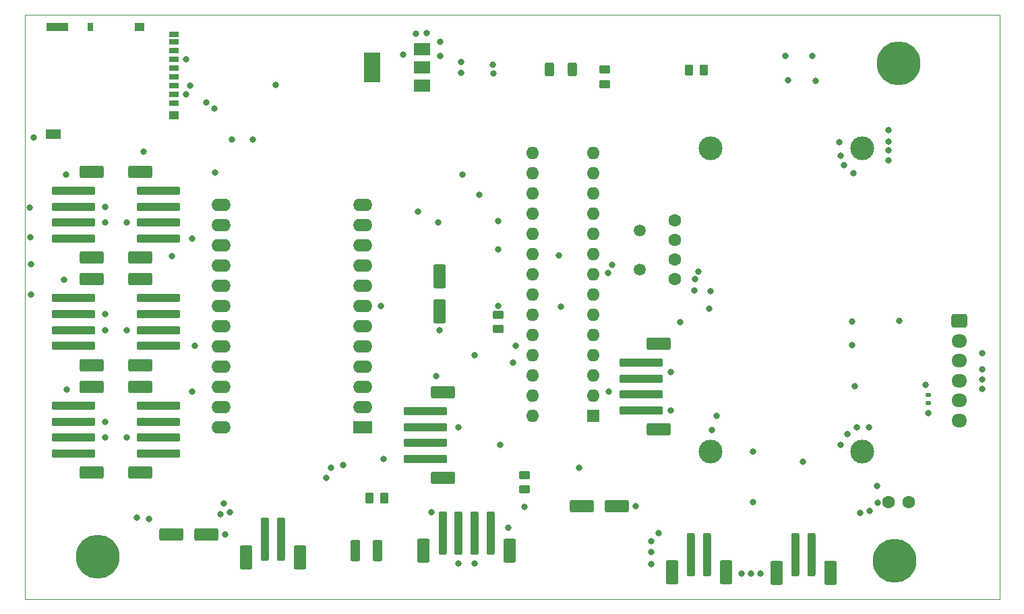
<source format=gbr>
G04 #@! TF.GenerationSoftware,KiCad,Pcbnew,8.0.1*
G04 #@! TF.CreationDate,2024-04-22T13:40:03+07:00*
G04 #@! TF.ProjectId,IncuTester_SMD,496e6375-5465-4737-9465-725f534d442e,rev?*
G04 #@! TF.SameCoordinates,Original*
G04 #@! TF.FileFunction,Soldermask,Top*
G04 #@! TF.FilePolarity,Negative*
%FSLAX46Y46*%
G04 Gerber Fmt 4.6, Leading zero omitted, Abs format (unit mm)*
G04 Created by KiCad (PCBNEW 8.0.1) date 2024-04-22 13:40:03*
%MOMM*%
%LPD*%
G01*
G04 APERTURE LIST*
G04 Aperture macros list*
%AMRoundRect*
0 Rectangle with rounded corners*
0 $1 Rounding radius*
0 $2 $3 $4 $5 $6 $7 $8 $9 X,Y pos of 4 corners*
0 Add a 4 corners polygon primitive as box body*
4,1,4,$2,$3,$4,$5,$6,$7,$8,$9,$2,$3,0*
0 Add four circle primitives for the rounded corners*
1,1,$1+$1,$2,$3*
1,1,$1+$1,$4,$5*
1,1,$1+$1,$6,$7*
1,1,$1+$1,$8,$9*
0 Add four rect primitives between the rounded corners*
20,1,$1+$1,$2,$3,$4,$5,0*
20,1,$1+$1,$4,$5,$6,$7,0*
20,1,$1+$1,$6,$7,$8,$9,0*
20,1,$1+$1,$8,$9,$2,$3,0*%
G04 Aperture macros list end*
%ADD10R,2.000000X1.500000*%
%ADD11R,2.000000X3.800000*%
%ADD12RoundRect,0.250000X0.250000X2.500000X-0.250000X2.500000X-0.250000X-2.500000X0.250000X-2.500000X0*%
%ADD13RoundRect,0.250000X0.550000X1.250000X-0.550000X1.250000X-0.550000X-1.250000X0.550000X-1.250000X0*%
%ADD14RoundRect,0.250000X-0.450000X0.262500X-0.450000X-0.262500X0.450000X-0.262500X0.450000X0.262500X0*%
%ADD15RoundRect,0.250000X0.262500X0.450000X-0.262500X0.450000X-0.262500X-0.450000X0.262500X-0.450000X0*%
%ADD16C,1.600000*%
%ADD17RoundRect,0.250000X-2.500000X0.250000X-2.500000X-0.250000X2.500000X-0.250000X2.500000X0.250000X0*%
%ADD18RoundRect,0.250000X-1.250000X0.550000X-1.250000X-0.550000X1.250000X-0.550000X1.250000X0.550000X0*%
%ADD19C,3.000000*%
%ADD20RoundRect,0.250000X-0.262500X-0.450000X0.262500X-0.450000X0.262500X0.450000X-0.262500X0.450000X0*%
%ADD21R,2.400000X1.600000*%
%ADD22O,2.400000X1.600000*%
%ADD23R,1.600000X1.600000*%
%ADD24O,1.600000X1.600000*%
%ADD25RoundRect,0.250000X0.450000X-0.262500X0.450000X0.262500X-0.450000X0.262500X-0.450000X-0.262500X0*%
%ADD26C,5.500000*%
%ADD27RoundRect,0.135000X0.185000X-0.135000X0.185000X0.135000X-0.185000X0.135000X-0.185000X-0.135000X0*%
%ADD28RoundRect,0.250000X2.500000X-0.250000X2.500000X0.250000X-2.500000X0.250000X-2.500000X-0.250000X0*%
%ADD29RoundRect,0.250000X1.250000X-0.550000X1.250000X0.550000X-1.250000X0.550000X-1.250000X-0.550000X0*%
%ADD30RoundRect,0.250000X-1.250000X-0.550000X1.250000X-0.550000X1.250000X0.550000X-1.250000X0.550000X0*%
%ADD31RoundRect,0.250000X0.312500X0.625000X-0.312500X0.625000X-0.312500X-0.625000X0.312500X-0.625000X0*%
%ADD32R,1.200000X0.700000*%
%ADD33R,0.800000X1.000000*%
%ADD34R,1.200000X1.000000*%
%ADD35R,2.800000X1.000000*%
%ADD36R,1.900000X1.300000*%
%ADD37C,1.500000*%
%ADD38RoundRect,0.250000X-0.725000X0.600000X-0.725000X-0.600000X0.725000X-0.600000X0.725000X0.600000X0*%
%ADD39O,1.950000X1.700000*%
%ADD40RoundRect,0.250000X0.375000X1.075000X-0.375000X1.075000X-0.375000X-1.075000X0.375000X-1.075000X0*%
%ADD41RoundRect,0.250000X-0.550000X1.250000X-0.550000X-1.250000X0.550000X-1.250000X0.550000X1.250000X0*%
%ADD42C,0.800000*%
G04 #@! TA.AperFunction,Profile*
%ADD43C,0.100000*%
G04 #@! TD*
G04 APERTURE END LIST*
D10*
X145390000Y-70880000D03*
X145390000Y-68580000D03*
D11*
X139090000Y-68580000D03*
D10*
X145390000Y-66280000D03*
D12*
X181200000Y-129800000D03*
X179200000Y-129800000D03*
D13*
X183600000Y-132050000D03*
X176800000Y-132050000D03*
D14*
X158300000Y-119787500D03*
X158300000Y-121612500D03*
D12*
X154000000Y-127100000D03*
X152000000Y-127100000D03*
X150000000Y-127100000D03*
X148000000Y-127100000D03*
D13*
X156400000Y-129350000D03*
X145600000Y-129350000D03*
D15*
X180744500Y-68961000D03*
X178919500Y-68961000D03*
D12*
X194300000Y-129850000D03*
X192300000Y-129850000D03*
D13*
X196700000Y-132100000D03*
X189900000Y-132100000D03*
D16*
X203982000Y-123190000D03*
X206482000Y-123190000D03*
D17*
X101650000Y-97600000D03*
X101650000Y-99600000D03*
X101650000Y-101600000D03*
X101650000Y-103600000D03*
D18*
X103900000Y-95200000D03*
X103900000Y-106000000D03*
D17*
X101650000Y-111100000D03*
X101650000Y-113100000D03*
X101650000Y-115100000D03*
X101650000Y-117100000D03*
D18*
X103900000Y-108700000D03*
X103900000Y-119500000D03*
D19*
X181610000Y-116840000D03*
X200660000Y-116840000D03*
X181610000Y-78740000D03*
X200660000Y-78740000D03*
D20*
X138787500Y-122682000D03*
X140612500Y-122682000D03*
D21*
X137902000Y-113797000D03*
D22*
X137902000Y-111257000D03*
X137902000Y-108717000D03*
X137902000Y-106177000D03*
X137902000Y-103637000D03*
X137902000Y-101097000D03*
X137902000Y-98557000D03*
X137902000Y-96017000D03*
X137902000Y-93477000D03*
X137902000Y-90937000D03*
X137902000Y-88397000D03*
X137902000Y-85857000D03*
X120122000Y-85857000D03*
X120122000Y-88397000D03*
X120122000Y-90937000D03*
X120122000Y-93477000D03*
X120122000Y-96017000D03*
X120122000Y-98557000D03*
X120122000Y-101097000D03*
X120122000Y-103637000D03*
X120122000Y-106177000D03*
X120122000Y-108717000D03*
X120122000Y-111257000D03*
X120122000Y-113797000D03*
D23*
X166904000Y-112416000D03*
D24*
X166904000Y-109876000D03*
X166904000Y-107336000D03*
X166904000Y-104796000D03*
X166904000Y-102256000D03*
X166904000Y-99716000D03*
X166904000Y-97176000D03*
X166904000Y-94636000D03*
X166904000Y-92096000D03*
X166904000Y-89556000D03*
X166904000Y-87016000D03*
X166904000Y-84476000D03*
X166904000Y-81936000D03*
X166904000Y-79396000D03*
X159284000Y-79396000D03*
X159284000Y-81936000D03*
X159284000Y-84476000D03*
X159284000Y-87016000D03*
X159284000Y-89556000D03*
X159284000Y-92096000D03*
X159284000Y-94636000D03*
X159284000Y-97176000D03*
X159284000Y-99716000D03*
X159284000Y-102256000D03*
X159284000Y-104796000D03*
X159284000Y-107336000D03*
X159284000Y-109876000D03*
X159284000Y-112416000D03*
D25*
X154940000Y-101496500D03*
X154940000Y-99671500D03*
D26*
X104648000Y-130048000D03*
D27*
X208950000Y-110800000D03*
X208950000Y-109780000D03*
D17*
X172900000Y-105700000D03*
X172900000Y-107700000D03*
X172900000Y-109700000D03*
X172900000Y-111700000D03*
D18*
X175150000Y-103300000D03*
X175150000Y-114100000D03*
D12*
X127700000Y-127900000D03*
X125700000Y-127900000D03*
D13*
X130100000Y-130150000D03*
X123300000Y-130150000D03*
D17*
X101650000Y-84100000D03*
X101650000Y-86100000D03*
X101650000Y-88100000D03*
X101650000Y-90100000D03*
D18*
X103900000Y-81700000D03*
X103900000Y-92500000D03*
D28*
X112250000Y-117100000D03*
X112250000Y-115100000D03*
X112250000Y-113100000D03*
X112250000Y-111100000D03*
D29*
X110000000Y-119500000D03*
X110000000Y-108700000D03*
D28*
X112250000Y-103600000D03*
X112250000Y-101600000D03*
X112250000Y-99600000D03*
X112250000Y-97600000D03*
D29*
X110000000Y-106000000D03*
X110000000Y-95200000D03*
D30*
X113878000Y-127254000D03*
X118278000Y-127254000D03*
D26*
X204724000Y-130556000D03*
D31*
X164276500Y-68834000D03*
X161351500Y-68834000D03*
D25*
X168300000Y-70712500D03*
X168300000Y-68887500D03*
D16*
X177100000Y-87800000D03*
X177100000Y-90300000D03*
D30*
X165440000Y-123698000D03*
X169840000Y-123698000D03*
D16*
X177100000Y-95200000D03*
X177100000Y-92700000D03*
D32*
X114218000Y-73100000D03*
X114218000Y-72000000D03*
X114218000Y-70900000D03*
X114218000Y-69800000D03*
X114218000Y-68700000D03*
X114218000Y-67600000D03*
X114218000Y-66500000D03*
X114218000Y-65400000D03*
X114218000Y-64450000D03*
D33*
X103718000Y-63500000D03*
D34*
X109918000Y-63500000D03*
D35*
X99568000Y-63500000D03*
D34*
X114218000Y-74650000D03*
D36*
X99118000Y-77000000D03*
D37*
X172720000Y-93980000D03*
X172720000Y-89080000D03*
D17*
X145800000Y-111800000D03*
X145800000Y-113800000D03*
X145800000Y-115800000D03*
X145800000Y-117800000D03*
D18*
X148050000Y-109400000D03*
X148050000Y-120200000D03*
D28*
X112250000Y-90100000D03*
X112250000Y-88100000D03*
X112250000Y-86100000D03*
X112250000Y-84100000D03*
D29*
X110000000Y-92500000D03*
X110000000Y-81700000D03*
D38*
X212852000Y-100470000D03*
D39*
X212852000Y-102970000D03*
X212852000Y-105470000D03*
X212852000Y-107970000D03*
X212852000Y-110470000D03*
X212852000Y-112970000D03*
D40*
X139830000Y-129286000D03*
X137030000Y-129286000D03*
D41*
X147574000Y-94828000D03*
X147574000Y-99228000D03*
D26*
X205232000Y-68072000D03*
D42*
X215752000Y-109000000D03*
X154300000Y-68300000D03*
X144600000Y-64400000D03*
X215752000Y-106500000D03*
X120650000Y-127254000D03*
X147400000Y-88100000D03*
X96300000Y-97100000D03*
X96600000Y-77400000D03*
X144900000Y-86700000D03*
X176600000Y-106900000D03*
X215752000Y-107800000D03*
X133400000Y-120200000D03*
X146000000Y-64300000D03*
X108300000Y-88100000D03*
X198000000Y-116000000D03*
X169300000Y-93400000D03*
X154400000Y-69400000D03*
X201500000Y-113800000D03*
X152000000Y-130900000D03*
X121300000Y-124500000D03*
X191000000Y-67200000D03*
X150000000Y-113800000D03*
X176600000Y-111700000D03*
X162800000Y-98700000D03*
X174200000Y-128100000D03*
X201600000Y-124300000D03*
X174200000Y-131000000D03*
X179700000Y-95200000D03*
X199600000Y-81900000D03*
X120100000Y-124700000D03*
X202500000Y-121200000D03*
X150300000Y-69300000D03*
X174200000Y-129500000D03*
X134000000Y-118900000D03*
X115800000Y-67600000D03*
X175100000Y-127100000D03*
X147700000Y-67200000D03*
X140208000Y-98552000D03*
X179600000Y-96600000D03*
X172212000Y-123698000D03*
X168800000Y-94400000D03*
X135500000Y-118600000D03*
X105600000Y-115100000D03*
X200400000Y-124600000D03*
X119380000Y-81788000D03*
X194800000Y-70300000D03*
X109600000Y-125200000D03*
X121500000Y-77700000D03*
X120500000Y-123400000D03*
X198400000Y-80900000D03*
X187900000Y-132200000D03*
X96200000Y-89900000D03*
X150500000Y-82100000D03*
X147574000Y-101600000D03*
X108300000Y-101600000D03*
X204000000Y-77900000D03*
X96100000Y-86200000D03*
X191400000Y-70200000D03*
X204000000Y-80300000D03*
X197800000Y-78000000D03*
X185500000Y-132200000D03*
X200000000Y-113800000D03*
X204000000Y-76500000D03*
X96200000Y-89900000D03*
X96300000Y-93300000D03*
X215752000Y-104470000D03*
X180100000Y-94300000D03*
X111100000Y-125300000D03*
X202600000Y-123300000D03*
X105600000Y-101600000D03*
X124100000Y-77700000D03*
X181500000Y-98900000D03*
X204000000Y-79000000D03*
X198800000Y-114700000D03*
X186700000Y-132200000D03*
X150300000Y-67900000D03*
X120650000Y-127254000D03*
X158300000Y-123800000D03*
X108300000Y-115100000D03*
X198000000Y-79700000D03*
X194400000Y-67200000D03*
X147700000Y-65400000D03*
X105600000Y-88100000D03*
X152600000Y-84600000D03*
X181640000Y-96740000D03*
X208630000Y-108450000D03*
X205330000Y-100430000D03*
X165100000Y-118872000D03*
X162560000Y-92202000D03*
X143000000Y-67000000D03*
X177800000Y-100584000D03*
X156200000Y-126400000D03*
X199410000Y-100540000D03*
X147200000Y-107400000D03*
X152000000Y-104800000D03*
X140600000Y-117800000D03*
X186944000Y-116840000D03*
X186944000Y-123190000D03*
X168881107Y-109313107D03*
X199450000Y-103470000D03*
X199760000Y-108660000D03*
X182350000Y-112340000D03*
X150000000Y-130900000D03*
X157200000Y-103600000D03*
X146600000Y-124500000D03*
X119350000Y-73770000D03*
X115768873Y-71975491D03*
X116300000Y-70900000D03*
X118330000Y-72990000D03*
X127000000Y-70815500D03*
X110400000Y-79200000D03*
X100700000Y-82100000D03*
X105600000Y-86100000D03*
X116500000Y-90100000D03*
X114000000Y-92300000D03*
X100400000Y-95300000D03*
X105600000Y-99600000D03*
X116900000Y-103600000D03*
X100800000Y-109100000D03*
X105600000Y-113100000D03*
X116500000Y-109300000D03*
X155000000Y-87900000D03*
X154940000Y-98552000D03*
X154940000Y-91440000D03*
X156800000Y-105700000D03*
X155200000Y-116000000D03*
X193220000Y-118120000D03*
X181830000Y-114120000D03*
X208980000Y-112050000D03*
D43*
X95504000Y-61976000D02*
X217932000Y-61976000D01*
X217932000Y-135382000D01*
X95504000Y-135382000D01*
X95504000Y-61976000D01*
M02*

</source>
